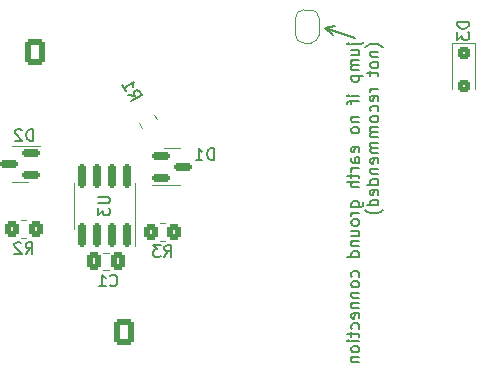
<source format=gbo>
G04 #@! TF.GenerationSoftware,KiCad,Pcbnew,7.0.1*
G04 #@! TF.CreationDate,2023-12-05T18:06:22-06:00*
G04 #@! TF.ProjectId,Pico Breakout Board V3,5069636f-2042-4726-9561-6b6f75742042,rev?*
G04 #@! TF.SameCoordinates,Original*
G04 #@! TF.FileFunction,Legend,Bot*
G04 #@! TF.FilePolarity,Positive*
%FSLAX46Y46*%
G04 Gerber Fmt 4.6, Leading zero omitted, Abs format (unit mm)*
G04 Created by KiCad (PCBNEW 7.0.1) date 2023-12-05 18:06:22*
%MOMM*%
%LPD*%
G01*
G04 APERTURE LIST*
G04 Aperture macros list*
%AMRoundRect*
0 Rectangle with rounded corners*
0 $1 Rounding radius*
0 $2 $3 $4 $5 $6 $7 $8 $9 X,Y pos of 4 corners*
0 Add a 4 corners polygon primitive as box body*
4,1,4,$2,$3,$4,$5,$6,$7,$8,$9,$2,$3,0*
0 Add four circle primitives for the rounded corners*
1,1,$1+$1,$2,$3*
1,1,$1+$1,$4,$5*
1,1,$1+$1,$6,$7*
1,1,$1+$1,$8,$9*
0 Add four rect primitives between the rounded corners*
20,1,$1+$1,$2,$3,$4,$5,0*
20,1,$1+$1,$4,$5,$6,$7,0*
20,1,$1+$1,$6,$7,$8,$9,0*
20,1,$1+$1,$8,$9,$2,$3,0*%
%AMFreePoly0*
4,1,19,0.000000,0.744911,0.071157,0.744911,0.207708,0.704816,0.327430,0.627875,0.420627,0.520320,0.479746,0.390866,0.500000,0.250000,0.500000,-0.250000,0.479746,-0.390866,0.420627,-0.520320,0.327430,-0.627875,0.207708,-0.704816,0.071157,-0.744911,0.000000,-0.744911,0.000000,-0.750000,-0.500000,-0.750000,-0.500000,0.750000,0.000000,0.750000,0.000000,0.744911,0.000000,0.744911,
$1*%
%AMFreePoly1*
4,1,19,0.500000,-0.750000,0.000000,-0.750000,0.000000,-0.744911,-0.071157,-0.744911,-0.207708,-0.704816,-0.327430,-0.627875,-0.420627,-0.520320,-0.479746,-0.390866,-0.500000,-0.250000,-0.500000,0.250000,-0.479746,0.390866,-0.420627,0.520320,-0.327430,0.627875,-0.207708,0.704816,-0.071157,0.744911,0.000000,0.744911,0.000000,0.750000,0.500000,0.750000,0.500000,-0.750000,0.500000,-0.750000,
$1*%
G04 Aperture macros list end*
%ADD10C,0.150000*%
%ADD11C,0.120000*%
%ADD12O,1.740000X2.190000*%
%ADD13RoundRect,0.250000X-0.620000X-0.845000X0.620000X-0.845000X0.620000X0.845000X-0.620000X0.845000X0*%
%ADD14R,1.700000X1.700000*%
%ADD15RoundRect,0.250000X-0.350000X-0.450000X0.350000X-0.450000X0.350000X0.450000X-0.350000X0.450000X0*%
%ADD16O,2.190000X1.740000*%
%ADD17RoundRect,0.250000X0.845000X-0.620000X0.845000X0.620000X-0.845000X0.620000X-0.845000X-0.620000X0*%
%ADD18C,2.000000*%
%ADD19RoundRect,0.150000X0.150000X-0.825000X0.150000X0.825000X-0.150000X0.825000X-0.150000X-0.825000X0*%
%ADD20O,1.700000X1.700000*%
%ADD21RoundRect,0.250000X-0.564711X0.078109X-0.214711X-0.528109X0.564711X-0.078109X0.214711X0.528109X0*%
%ADD22FreePoly0,90.000000*%
%ADD23FreePoly1,90.000000*%
%ADD24R,4.600000X2.000000*%
%ADD25O,4.200000X2.000000*%
%ADD26O,2.000000X4.200000*%
%ADD27RoundRect,0.250000X-0.845000X0.620000X-0.845000X-0.620000X0.845000X-0.620000X0.845000X0.620000X0*%
%ADD28RoundRect,0.250000X0.620000X0.845000X-0.620000X0.845000X-0.620000X-0.845000X0.620000X-0.845000X0*%
%ADD29C,3.250000*%
%ADD30R,1.500000X1.500000*%
%ADD31C,1.500000*%
%ADD32C,2.300000*%
%ADD33C,0.800000*%
%ADD34C,7.400000*%
%ADD35RoundRect,0.250000X-0.300000X0.300000X-0.300000X-0.300000X0.300000X-0.300000X0.300000X0.300000X0*%
%ADD36RoundRect,0.150000X0.587500X0.150000X-0.587500X0.150000X-0.587500X-0.150000X0.587500X-0.150000X0*%
%ADD37RoundRect,0.150000X-0.587500X-0.150000X0.587500X-0.150000X0.587500X0.150000X-0.587500X0.150000X0*%
%ADD38RoundRect,0.250000X0.337500X0.475000X-0.337500X0.475000X-0.337500X-0.475000X0.337500X-0.475000X0*%
%ADD39R,2.000000X2.000000*%
G04 APERTURE END LIST*
D10*
X129300000Y-41000000D02*
X129900000Y-41600000D01*
X130100000Y-40800000D02*
X129300000Y-41000000D01*
X129300000Y-41000000D02*
X130100000Y-40800000D01*
X131800000Y-41800000D02*
X129300000Y-41000000D01*
X131490952Y-42338095D02*
X132348095Y-42338095D01*
X132348095Y-42338095D02*
X132443333Y-42290476D01*
X132443333Y-42290476D02*
X132490952Y-42195238D01*
X132490952Y-42195238D02*
X132490952Y-42147619D01*
X131157619Y-42338095D02*
X131205238Y-42290476D01*
X131205238Y-42290476D02*
X131252857Y-42338095D01*
X131252857Y-42338095D02*
X131205238Y-42385714D01*
X131205238Y-42385714D02*
X131157619Y-42338095D01*
X131157619Y-42338095D02*
X131252857Y-42338095D01*
X131490952Y-43242856D02*
X132157619Y-43242856D01*
X131490952Y-42814285D02*
X132014761Y-42814285D01*
X132014761Y-42814285D02*
X132110000Y-42861904D01*
X132110000Y-42861904D02*
X132157619Y-42957142D01*
X132157619Y-42957142D02*
X132157619Y-43099999D01*
X132157619Y-43099999D02*
X132110000Y-43195237D01*
X132110000Y-43195237D02*
X132062380Y-43242856D01*
X132157619Y-43719047D02*
X131490952Y-43719047D01*
X131586190Y-43719047D02*
X131538571Y-43766666D01*
X131538571Y-43766666D02*
X131490952Y-43861904D01*
X131490952Y-43861904D02*
X131490952Y-44004761D01*
X131490952Y-44004761D02*
X131538571Y-44099999D01*
X131538571Y-44099999D02*
X131633809Y-44147618D01*
X131633809Y-44147618D02*
X132157619Y-44147618D01*
X131633809Y-44147618D02*
X131538571Y-44195237D01*
X131538571Y-44195237D02*
X131490952Y-44290475D01*
X131490952Y-44290475D02*
X131490952Y-44433332D01*
X131490952Y-44433332D02*
X131538571Y-44528571D01*
X131538571Y-44528571D02*
X131633809Y-44576190D01*
X131633809Y-44576190D02*
X132157619Y-44576190D01*
X131490952Y-45052380D02*
X132490952Y-45052380D01*
X131538571Y-45052380D02*
X131490952Y-45147618D01*
X131490952Y-45147618D02*
X131490952Y-45338094D01*
X131490952Y-45338094D02*
X131538571Y-45433332D01*
X131538571Y-45433332D02*
X131586190Y-45480951D01*
X131586190Y-45480951D02*
X131681428Y-45528570D01*
X131681428Y-45528570D02*
X131967142Y-45528570D01*
X131967142Y-45528570D02*
X132062380Y-45480951D01*
X132062380Y-45480951D02*
X132110000Y-45433332D01*
X132110000Y-45433332D02*
X132157619Y-45338094D01*
X132157619Y-45338094D02*
X132157619Y-45147618D01*
X132157619Y-45147618D02*
X132110000Y-45052380D01*
X132157619Y-46719047D02*
X131490952Y-46719047D01*
X131157619Y-46719047D02*
X131205238Y-46671428D01*
X131205238Y-46671428D02*
X131252857Y-46719047D01*
X131252857Y-46719047D02*
X131205238Y-46766666D01*
X131205238Y-46766666D02*
X131157619Y-46719047D01*
X131157619Y-46719047D02*
X131252857Y-46719047D01*
X131490952Y-47052380D02*
X131490952Y-47433332D01*
X132157619Y-47195237D02*
X131300476Y-47195237D01*
X131300476Y-47195237D02*
X131205238Y-47242856D01*
X131205238Y-47242856D02*
X131157619Y-47338094D01*
X131157619Y-47338094D02*
X131157619Y-47433332D01*
X131490952Y-48528571D02*
X132157619Y-48528571D01*
X131586190Y-48528571D02*
X131538571Y-48576190D01*
X131538571Y-48576190D02*
X131490952Y-48671428D01*
X131490952Y-48671428D02*
X131490952Y-48814285D01*
X131490952Y-48814285D02*
X131538571Y-48909523D01*
X131538571Y-48909523D02*
X131633809Y-48957142D01*
X131633809Y-48957142D02*
X132157619Y-48957142D01*
X132157619Y-49576190D02*
X132110000Y-49480952D01*
X132110000Y-49480952D02*
X132062380Y-49433333D01*
X132062380Y-49433333D02*
X131967142Y-49385714D01*
X131967142Y-49385714D02*
X131681428Y-49385714D01*
X131681428Y-49385714D02*
X131586190Y-49433333D01*
X131586190Y-49433333D02*
X131538571Y-49480952D01*
X131538571Y-49480952D02*
X131490952Y-49576190D01*
X131490952Y-49576190D02*
X131490952Y-49719047D01*
X131490952Y-49719047D02*
X131538571Y-49814285D01*
X131538571Y-49814285D02*
X131586190Y-49861904D01*
X131586190Y-49861904D02*
X131681428Y-49909523D01*
X131681428Y-49909523D02*
X131967142Y-49909523D01*
X131967142Y-49909523D02*
X132062380Y-49861904D01*
X132062380Y-49861904D02*
X132110000Y-49814285D01*
X132110000Y-49814285D02*
X132157619Y-49719047D01*
X132157619Y-49719047D02*
X132157619Y-49576190D01*
X132110000Y-51480952D02*
X132157619Y-51385714D01*
X132157619Y-51385714D02*
X132157619Y-51195238D01*
X132157619Y-51195238D02*
X132110000Y-51100000D01*
X132110000Y-51100000D02*
X132014761Y-51052381D01*
X132014761Y-51052381D02*
X131633809Y-51052381D01*
X131633809Y-51052381D02*
X131538571Y-51100000D01*
X131538571Y-51100000D02*
X131490952Y-51195238D01*
X131490952Y-51195238D02*
X131490952Y-51385714D01*
X131490952Y-51385714D02*
X131538571Y-51480952D01*
X131538571Y-51480952D02*
X131633809Y-51528571D01*
X131633809Y-51528571D02*
X131729047Y-51528571D01*
X131729047Y-51528571D02*
X131824285Y-51052381D01*
X132157619Y-52385714D02*
X131633809Y-52385714D01*
X131633809Y-52385714D02*
X131538571Y-52338095D01*
X131538571Y-52338095D02*
X131490952Y-52242857D01*
X131490952Y-52242857D02*
X131490952Y-52052381D01*
X131490952Y-52052381D02*
X131538571Y-51957143D01*
X132110000Y-52385714D02*
X132157619Y-52290476D01*
X132157619Y-52290476D02*
X132157619Y-52052381D01*
X132157619Y-52052381D02*
X132110000Y-51957143D01*
X132110000Y-51957143D02*
X132014761Y-51909524D01*
X132014761Y-51909524D02*
X131919523Y-51909524D01*
X131919523Y-51909524D02*
X131824285Y-51957143D01*
X131824285Y-51957143D02*
X131776666Y-52052381D01*
X131776666Y-52052381D02*
X131776666Y-52290476D01*
X131776666Y-52290476D02*
X131729047Y-52385714D01*
X132157619Y-52861905D02*
X131490952Y-52861905D01*
X131681428Y-52861905D02*
X131586190Y-52909524D01*
X131586190Y-52909524D02*
X131538571Y-52957143D01*
X131538571Y-52957143D02*
X131490952Y-53052381D01*
X131490952Y-53052381D02*
X131490952Y-53147619D01*
X131490952Y-53338096D02*
X131490952Y-53719048D01*
X131157619Y-53480953D02*
X132014761Y-53480953D01*
X132014761Y-53480953D02*
X132110000Y-53528572D01*
X132110000Y-53528572D02*
X132157619Y-53623810D01*
X132157619Y-53623810D02*
X132157619Y-53719048D01*
X132157619Y-54052382D02*
X131157619Y-54052382D01*
X132157619Y-54480953D02*
X131633809Y-54480953D01*
X131633809Y-54480953D02*
X131538571Y-54433334D01*
X131538571Y-54433334D02*
X131490952Y-54338096D01*
X131490952Y-54338096D02*
X131490952Y-54195239D01*
X131490952Y-54195239D02*
X131538571Y-54100001D01*
X131538571Y-54100001D02*
X131586190Y-54052382D01*
X131490952Y-56147620D02*
X132300476Y-56147620D01*
X132300476Y-56147620D02*
X132395714Y-56100001D01*
X132395714Y-56100001D02*
X132443333Y-56052382D01*
X132443333Y-56052382D02*
X132490952Y-55957144D01*
X132490952Y-55957144D02*
X132490952Y-55814287D01*
X132490952Y-55814287D02*
X132443333Y-55719049D01*
X132110000Y-56147620D02*
X132157619Y-56052382D01*
X132157619Y-56052382D02*
X132157619Y-55861906D01*
X132157619Y-55861906D02*
X132110000Y-55766668D01*
X132110000Y-55766668D02*
X132062380Y-55719049D01*
X132062380Y-55719049D02*
X131967142Y-55671430D01*
X131967142Y-55671430D02*
X131681428Y-55671430D01*
X131681428Y-55671430D02*
X131586190Y-55719049D01*
X131586190Y-55719049D02*
X131538571Y-55766668D01*
X131538571Y-55766668D02*
X131490952Y-55861906D01*
X131490952Y-55861906D02*
X131490952Y-56052382D01*
X131490952Y-56052382D02*
X131538571Y-56147620D01*
X132157619Y-56623811D02*
X131490952Y-56623811D01*
X131681428Y-56623811D02*
X131586190Y-56671430D01*
X131586190Y-56671430D02*
X131538571Y-56719049D01*
X131538571Y-56719049D02*
X131490952Y-56814287D01*
X131490952Y-56814287D02*
X131490952Y-56909525D01*
X132157619Y-57385716D02*
X132110000Y-57290478D01*
X132110000Y-57290478D02*
X132062380Y-57242859D01*
X132062380Y-57242859D02*
X131967142Y-57195240D01*
X131967142Y-57195240D02*
X131681428Y-57195240D01*
X131681428Y-57195240D02*
X131586190Y-57242859D01*
X131586190Y-57242859D02*
X131538571Y-57290478D01*
X131538571Y-57290478D02*
X131490952Y-57385716D01*
X131490952Y-57385716D02*
X131490952Y-57528573D01*
X131490952Y-57528573D02*
X131538571Y-57623811D01*
X131538571Y-57623811D02*
X131586190Y-57671430D01*
X131586190Y-57671430D02*
X131681428Y-57719049D01*
X131681428Y-57719049D02*
X131967142Y-57719049D01*
X131967142Y-57719049D02*
X132062380Y-57671430D01*
X132062380Y-57671430D02*
X132110000Y-57623811D01*
X132110000Y-57623811D02*
X132157619Y-57528573D01*
X132157619Y-57528573D02*
X132157619Y-57385716D01*
X131490952Y-58576192D02*
X132157619Y-58576192D01*
X131490952Y-58147621D02*
X132014761Y-58147621D01*
X132014761Y-58147621D02*
X132110000Y-58195240D01*
X132110000Y-58195240D02*
X132157619Y-58290478D01*
X132157619Y-58290478D02*
X132157619Y-58433335D01*
X132157619Y-58433335D02*
X132110000Y-58528573D01*
X132110000Y-58528573D02*
X132062380Y-58576192D01*
X131490952Y-59052383D02*
X132157619Y-59052383D01*
X131586190Y-59052383D02*
X131538571Y-59100002D01*
X131538571Y-59100002D02*
X131490952Y-59195240D01*
X131490952Y-59195240D02*
X131490952Y-59338097D01*
X131490952Y-59338097D02*
X131538571Y-59433335D01*
X131538571Y-59433335D02*
X131633809Y-59480954D01*
X131633809Y-59480954D02*
X132157619Y-59480954D01*
X132157619Y-60385716D02*
X131157619Y-60385716D01*
X132110000Y-60385716D02*
X132157619Y-60290478D01*
X132157619Y-60290478D02*
X132157619Y-60100002D01*
X132157619Y-60100002D02*
X132110000Y-60004764D01*
X132110000Y-60004764D02*
X132062380Y-59957145D01*
X132062380Y-59957145D02*
X131967142Y-59909526D01*
X131967142Y-59909526D02*
X131681428Y-59909526D01*
X131681428Y-59909526D02*
X131586190Y-59957145D01*
X131586190Y-59957145D02*
X131538571Y-60004764D01*
X131538571Y-60004764D02*
X131490952Y-60100002D01*
X131490952Y-60100002D02*
X131490952Y-60290478D01*
X131490952Y-60290478D02*
X131538571Y-60385716D01*
X132110000Y-62052383D02*
X132157619Y-61957145D01*
X132157619Y-61957145D02*
X132157619Y-61766669D01*
X132157619Y-61766669D02*
X132110000Y-61671431D01*
X132110000Y-61671431D02*
X132062380Y-61623812D01*
X132062380Y-61623812D02*
X131967142Y-61576193D01*
X131967142Y-61576193D02*
X131681428Y-61576193D01*
X131681428Y-61576193D02*
X131586190Y-61623812D01*
X131586190Y-61623812D02*
X131538571Y-61671431D01*
X131538571Y-61671431D02*
X131490952Y-61766669D01*
X131490952Y-61766669D02*
X131490952Y-61957145D01*
X131490952Y-61957145D02*
X131538571Y-62052383D01*
X132157619Y-62623812D02*
X132110000Y-62528574D01*
X132110000Y-62528574D02*
X132062380Y-62480955D01*
X132062380Y-62480955D02*
X131967142Y-62433336D01*
X131967142Y-62433336D02*
X131681428Y-62433336D01*
X131681428Y-62433336D02*
X131586190Y-62480955D01*
X131586190Y-62480955D02*
X131538571Y-62528574D01*
X131538571Y-62528574D02*
X131490952Y-62623812D01*
X131490952Y-62623812D02*
X131490952Y-62766669D01*
X131490952Y-62766669D02*
X131538571Y-62861907D01*
X131538571Y-62861907D02*
X131586190Y-62909526D01*
X131586190Y-62909526D02*
X131681428Y-62957145D01*
X131681428Y-62957145D02*
X131967142Y-62957145D01*
X131967142Y-62957145D02*
X132062380Y-62909526D01*
X132062380Y-62909526D02*
X132110000Y-62861907D01*
X132110000Y-62861907D02*
X132157619Y-62766669D01*
X132157619Y-62766669D02*
X132157619Y-62623812D01*
X131490952Y-63385717D02*
X132157619Y-63385717D01*
X131586190Y-63385717D02*
X131538571Y-63433336D01*
X131538571Y-63433336D02*
X131490952Y-63528574D01*
X131490952Y-63528574D02*
X131490952Y-63671431D01*
X131490952Y-63671431D02*
X131538571Y-63766669D01*
X131538571Y-63766669D02*
X131633809Y-63814288D01*
X131633809Y-63814288D02*
X132157619Y-63814288D01*
X131490952Y-64290479D02*
X132157619Y-64290479D01*
X131586190Y-64290479D02*
X131538571Y-64338098D01*
X131538571Y-64338098D02*
X131490952Y-64433336D01*
X131490952Y-64433336D02*
X131490952Y-64576193D01*
X131490952Y-64576193D02*
X131538571Y-64671431D01*
X131538571Y-64671431D02*
X131633809Y-64719050D01*
X131633809Y-64719050D02*
X132157619Y-64719050D01*
X132110000Y-65576193D02*
X132157619Y-65480955D01*
X132157619Y-65480955D02*
X132157619Y-65290479D01*
X132157619Y-65290479D02*
X132110000Y-65195241D01*
X132110000Y-65195241D02*
X132014761Y-65147622D01*
X132014761Y-65147622D02*
X131633809Y-65147622D01*
X131633809Y-65147622D02*
X131538571Y-65195241D01*
X131538571Y-65195241D02*
X131490952Y-65290479D01*
X131490952Y-65290479D02*
X131490952Y-65480955D01*
X131490952Y-65480955D02*
X131538571Y-65576193D01*
X131538571Y-65576193D02*
X131633809Y-65623812D01*
X131633809Y-65623812D02*
X131729047Y-65623812D01*
X131729047Y-65623812D02*
X131824285Y-65147622D01*
X132110000Y-66480955D02*
X132157619Y-66385717D01*
X132157619Y-66385717D02*
X132157619Y-66195241D01*
X132157619Y-66195241D02*
X132110000Y-66100003D01*
X132110000Y-66100003D02*
X132062380Y-66052384D01*
X132062380Y-66052384D02*
X131967142Y-66004765D01*
X131967142Y-66004765D02*
X131681428Y-66004765D01*
X131681428Y-66004765D02*
X131586190Y-66052384D01*
X131586190Y-66052384D02*
X131538571Y-66100003D01*
X131538571Y-66100003D02*
X131490952Y-66195241D01*
X131490952Y-66195241D02*
X131490952Y-66385717D01*
X131490952Y-66385717D02*
X131538571Y-66480955D01*
X131490952Y-66766670D02*
X131490952Y-67147622D01*
X131157619Y-66909527D02*
X132014761Y-66909527D01*
X132014761Y-66909527D02*
X132110000Y-66957146D01*
X132110000Y-66957146D02*
X132157619Y-67052384D01*
X132157619Y-67052384D02*
X132157619Y-67147622D01*
X132157619Y-67480956D02*
X131490952Y-67480956D01*
X131157619Y-67480956D02*
X131205238Y-67433337D01*
X131205238Y-67433337D02*
X131252857Y-67480956D01*
X131252857Y-67480956D02*
X131205238Y-67528575D01*
X131205238Y-67528575D02*
X131157619Y-67480956D01*
X131157619Y-67480956D02*
X131252857Y-67480956D01*
X132157619Y-68100003D02*
X132110000Y-68004765D01*
X132110000Y-68004765D02*
X132062380Y-67957146D01*
X132062380Y-67957146D02*
X131967142Y-67909527D01*
X131967142Y-67909527D02*
X131681428Y-67909527D01*
X131681428Y-67909527D02*
X131586190Y-67957146D01*
X131586190Y-67957146D02*
X131538571Y-68004765D01*
X131538571Y-68004765D02*
X131490952Y-68100003D01*
X131490952Y-68100003D02*
X131490952Y-68242860D01*
X131490952Y-68242860D02*
X131538571Y-68338098D01*
X131538571Y-68338098D02*
X131586190Y-68385717D01*
X131586190Y-68385717D02*
X131681428Y-68433336D01*
X131681428Y-68433336D02*
X131967142Y-68433336D01*
X131967142Y-68433336D02*
X132062380Y-68385717D01*
X132062380Y-68385717D02*
X132110000Y-68338098D01*
X132110000Y-68338098D02*
X132157619Y-68242860D01*
X132157619Y-68242860D02*
X132157619Y-68100003D01*
X131490952Y-68861908D02*
X132157619Y-68861908D01*
X131586190Y-68861908D02*
X131538571Y-68909527D01*
X131538571Y-68909527D02*
X131490952Y-69004765D01*
X131490952Y-69004765D02*
X131490952Y-69147622D01*
X131490952Y-69147622D02*
X131538571Y-69242860D01*
X131538571Y-69242860D02*
X131633809Y-69290479D01*
X131633809Y-69290479D02*
X132157619Y-69290479D01*
X134158571Y-42623809D02*
X134110952Y-42576190D01*
X134110952Y-42576190D02*
X133968095Y-42480952D01*
X133968095Y-42480952D02*
X133872857Y-42433333D01*
X133872857Y-42433333D02*
X133730000Y-42385714D01*
X133730000Y-42385714D02*
X133491904Y-42338095D01*
X133491904Y-42338095D02*
X133301428Y-42338095D01*
X133301428Y-42338095D02*
X133063333Y-42385714D01*
X133063333Y-42385714D02*
X132920476Y-42433333D01*
X132920476Y-42433333D02*
X132825238Y-42480952D01*
X132825238Y-42480952D02*
X132682380Y-42576190D01*
X132682380Y-42576190D02*
X132634761Y-42623809D01*
X133110952Y-43004762D02*
X133777619Y-43004762D01*
X133206190Y-43004762D02*
X133158571Y-43052381D01*
X133158571Y-43052381D02*
X133110952Y-43147619D01*
X133110952Y-43147619D02*
X133110952Y-43290476D01*
X133110952Y-43290476D02*
X133158571Y-43385714D01*
X133158571Y-43385714D02*
X133253809Y-43433333D01*
X133253809Y-43433333D02*
X133777619Y-43433333D01*
X133777619Y-44052381D02*
X133730000Y-43957143D01*
X133730000Y-43957143D02*
X133682380Y-43909524D01*
X133682380Y-43909524D02*
X133587142Y-43861905D01*
X133587142Y-43861905D02*
X133301428Y-43861905D01*
X133301428Y-43861905D02*
X133206190Y-43909524D01*
X133206190Y-43909524D02*
X133158571Y-43957143D01*
X133158571Y-43957143D02*
X133110952Y-44052381D01*
X133110952Y-44052381D02*
X133110952Y-44195238D01*
X133110952Y-44195238D02*
X133158571Y-44290476D01*
X133158571Y-44290476D02*
X133206190Y-44338095D01*
X133206190Y-44338095D02*
X133301428Y-44385714D01*
X133301428Y-44385714D02*
X133587142Y-44385714D01*
X133587142Y-44385714D02*
X133682380Y-44338095D01*
X133682380Y-44338095D02*
X133730000Y-44290476D01*
X133730000Y-44290476D02*
X133777619Y-44195238D01*
X133777619Y-44195238D02*
X133777619Y-44052381D01*
X133110952Y-44671429D02*
X133110952Y-45052381D01*
X132777619Y-44814286D02*
X133634761Y-44814286D01*
X133634761Y-44814286D02*
X133730000Y-44861905D01*
X133730000Y-44861905D02*
X133777619Y-44957143D01*
X133777619Y-44957143D02*
X133777619Y-45052381D01*
X133777619Y-46147620D02*
X133110952Y-46147620D01*
X133301428Y-46147620D02*
X133206190Y-46195239D01*
X133206190Y-46195239D02*
X133158571Y-46242858D01*
X133158571Y-46242858D02*
X133110952Y-46338096D01*
X133110952Y-46338096D02*
X133110952Y-46433334D01*
X133730000Y-47147620D02*
X133777619Y-47052382D01*
X133777619Y-47052382D02*
X133777619Y-46861906D01*
X133777619Y-46861906D02*
X133730000Y-46766668D01*
X133730000Y-46766668D02*
X133634761Y-46719049D01*
X133634761Y-46719049D02*
X133253809Y-46719049D01*
X133253809Y-46719049D02*
X133158571Y-46766668D01*
X133158571Y-46766668D02*
X133110952Y-46861906D01*
X133110952Y-46861906D02*
X133110952Y-47052382D01*
X133110952Y-47052382D02*
X133158571Y-47147620D01*
X133158571Y-47147620D02*
X133253809Y-47195239D01*
X133253809Y-47195239D02*
X133349047Y-47195239D01*
X133349047Y-47195239D02*
X133444285Y-46719049D01*
X133730000Y-48052382D02*
X133777619Y-47957144D01*
X133777619Y-47957144D02*
X133777619Y-47766668D01*
X133777619Y-47766668D02*
X133730000Y-47671430D01*
X133730000Y-47671430D02*
X133682380Y-47623811D01*
X133682380Y-47623811D02*
X133587142Y-47576192D01*
X133587142Y-47576192D02*
X133301428Y-47576192D01*
X133301428Y-47576192D02*
X133206190Y-47623811D01*
X133206190Y-47623811D02*
X133158571Y-47671430D01*
X133158571Y-47671430D02*
X133110952Y-47766668D01*
X133110952Y-47766668D02*
X133110952Y-47957144D01*
X133110952Y-47957144D02*
X133158571Y-48052382D01*
X133777619Y-48623811D02*
X133730000Y-48528573D01*
X133730000Y-48528573D02*
X133682380Y-48480954D01*
X133682380Y-48480954D02*
X133587142Y-48433335D01*
X133587142Y-48433335D02*
X133301428Y-48433335D01*
X133301428Y-48433335D02*
X133206190Y-48480954D01*
X133206190Y-48480954D02*
X133158571Y-48528573D01*
X133158571Y-48528573D02*
X133110952Y-48623811D01*
X133110952Y-48623811D02*
X133110952Y-48766668D01*
X133110952Y-48766668D02*
X133158571Y-48861906D01*
X133158571Y-48861906D02*
X133206190Y-48909525D01*
X133206190Y-48909525D02*
X133301428Y-48957144D01*
X133301428Y-48957144D02*
X133587142Y-48957144D01*
X133587142Y-48957144D02*
X133682380Y-48909525D01*
X133682380Y-48909525D02*
X133730000Y-48861906D01*
X133730000Y-48861906D02*
X133777619Y-48766668D01*
X133777619Y-48766668D02*
X133777619Y-48623811D01*
X133777619Y-49385716D02*
X133110952Y-49385716D01*
X133206190Y-49385716D02*
X133158571Y-49433335D01*
X133158571Y-49433335D02*
X133110952Y-49528573D01*
X133110952Y-49528573D02*
X133110952Y-49671430D01*
X133110952Y-49671430D02*
X133158571Y-49766668D01*
X133158571Y-49766668D02*
X133253809Y-49814287D01*
X133253809Y-49814287D02*
X133777619Y-49814287D01*
X133253809Y-49814287D02*
X133158571Y-49861906D01*
X133158571Y-49861906D02*
X133110952Y-49957144D01*
X133110952Y-49957144D02*
X133110952Y-50100001D01*
X133110952Y-50100001D02*
X133158571Y-50195240D01*
X133158571Y-50195240D02*
X133253809Y-50242859D01*
X133253809Y-50242859D02*
X133777619Y-50242859D01*
X133777619Y-50719049D02*
X133110952Y-50719049D01*
X133206190Y-50719049D02*
X133158571Y-50766668D01*
X133158571Y-50766668D02*
X133110952Y-50861906D01*
X133110952Y-50861906D02*
X133110952Y-51004763D01*
X133110952Y-51004763D02*
X133158571Y-51100001D01*
X133158571Y-51100001D02*
X133253809Y-51147620D01*
X133253809Y-51147620D02*
X133777619Y-51147620D01*
X133253809Y-51147620D02*
X133158571Y-51195239D01*
X133158571Y-51195239D02*
X133110952Y-51290477D01*
X133110952Y-51290477D02*
X133110952Y-51433334D01*
X133110952Y-51433334D02*
X133158571Y-51528573D01*
X133158571Y-51528573D02*
X133253809Y-51576192D01*
X133253809Y-51576192D02*
X133777619Y-51576192D01*
X133730000Y-52433334D02*
X133777619Y-52338096D01*
X133777619Y-52338096D02*
X133777619Y-52147620D01*
X133777619Y-52147620D02*
X133730000Y-52052382D01*
X133730000Y-52052382D02*
X133634761Y-52004763D01*
X133634761Y-52004763D02*
X133253809Y-52004763D01*
X133253809Y-52004763D02*
X133158571Y-52052382D01*
X133158571Y-52052382D02*
X133110952Y-52147620D01*
X133110952Y-52147620D02*
X133110952Y-52338096D01*
X133110952Y-52338096D02*
X133158571Y-52433334D01*
X133158571Y-52433334D02*
X133253809Y-52480953D01*
X133253809Y-52480953D02*
X133349047Y-52480953D01*
X133349047Y-52480953D02*
X133444285Y-52004763D01*
X133110952Y-52909525D02*
X133777619Y-52909525D01*
X133206190Y-52909525D02*
X133158571Y-52957144D01*
X133158571Y-52957144D02*
X133110952Y-53052382D01*
X133110952Y-53052382D02*
X133110952Y-53195239D01*
X133110952Y-53195239D02*
X133158571Y-53290477D01*
X133158571Y-53290477D02*
X133253809Y-53338096D01*
X133253809Y-53338096D02*
X133777619Y-53338096D01*
X133777619Y-54242858D02*
X132777619Y-54242858D01*
X133730000Y-54242858D02*
X133777619Y-54147620D01*
X133777619Y-54147620D02*
X133777619Y-53957144D01*
X133777619Y-53957144D02*
X133730000Y-53861906D01*
X133730000Y-53861906D02*
X133682380Y-53814287D01*
X133682380Y-53814287D02*
X133587142Y-53766668D01*
X133587142Y-53766668D02*
X133301428Y-53766668D01*
X133301428Y-53766668D02*
X133206190Y-53814287D01*
X133206190Y-53814287D02*
X133158571Y-53861906D01*
X133158571Y-53861906D02*
X133110952Y-53957144D01*
X133110952Y-53957144D02*
X133110952Y-54147620D01*
X133110952Y-54147620D02*
X133158571Y-54242858D01*
X133730000Y-55100001D02*
X133777619Y-55004763D01*
X133777619Y-55004763D02*
X133777619Y-54814287D01*
X133777619Y-54814287D02*
X133730000Y-54719049D01*
X133730000Y-54719049D02*
X133634761Y-54671430D01*
X133634761Y-54671430D02*
X133253809Y-54671430D01*
X133253809Y-54671430D02*
X133158571Y-54719049D01*
X133158571Y-54719049D02*
X133110952Y-54814287D01*
X133110952Y-54814287D02*
X133110952Y-55004763D01*
X133110952Y-55004763D02*
X133158571Y-55100001D01*
X133158571Y-55100001D02*
X133253809Y-55147620D01*
X133253809Y-55147620D02*
X133349047Y-55147620D01*
X133349047Y-55147620D02*
X133444285Y-54671430D01*
X133777619Y-56004763D02*
X132777619Y-56004763D01*
X133730000Y-56004763D02*
X133777619Y-55909525D01*
X133777619Y-55909525D02*
X133777619Y-55719049D01*
X133777619Y-55719049D02*
X133730000Y-55623811D01*
X133730000Y-55623811D02*
X133682380Y-55576192D01*
X133682380Y-55576192D02*
X133587142Y-55528573D01*
X133587142Y-55528573D02*
X133301428Y-55528573D01*
X133301428Y-55528573D02*
X133206190Y-55576192D01*
X133206190Y-55576192D02*
X133158571Y-55623811D01*
X133158571Y-55623811D02*
X133110952Y-55719049D01*
X133110952Y-55719049D02*
X133110952Y-55909525D01*
X133110952Y-55909525D02*
X133158571Y-56004763D01*
X134158571Y-56385716D02*
X134110952Y-56433335D01*
X134110952Y-56433335D02*
X133968095Y-56528573D01*
X133968095Y-56528573D02*
X133872857Y-56576192D01*
X133872857Y-56576192D02*
X133730000Y-56623811D01*
X133730000Y-56623811D02*
X133491904Y-56671430D01*
X133491904Y-56671430D02*
X133301428Y-56671430D01*
X133301428Y-56671430D02*
X133063333Y-56623811D01*
X133063333Y-56623811D02*
X132920476Y-56576192D01*
X132920476Y-56576192D02*
X132825238Y-56528573D01*
X132825238Y-56528573D02*
X132682380Y-56433335D01*
X132682380Y-56433335D02*
X132634761Y-56385716D01*
X115666666Y-60362619D02*
X115999999Y-59886428D01*
X116238094Y-60362619D02*
X116238094Y-59362619D01*
X116238094Y-59362619D02*
X115857142Y-59362619D01*
X115857142Y-59362619D02*
X115761904Y-59410238D01*
X115761904Y-59410238D02*
X115714285Y-59457857D01*
X115714285Y-59457857D02*
X115666666Y-59553095D01*
X115666666Y-59553095D02*
X115666666Y-59695952D01*
X115666666Y-59695952D02*
X115714285Y-59791190D01*
X115714285Y-59791190D02*
X115761904Y-59838809D01*
X115761904Y-59838809D02*
X115857142Y-59886428D01*
X115857142Y-59886428D02*
X116238094Y-59886428D01*
X115333332Y-59362619D02*
X114714285Y-59362619D01*
X114714285Y-59362619D02*
X115047618Y-59743571D01*
X115047618Y-59743571D02*
X114904761Y-59743571D01*
X114904761Y-59743571D02*
X114809523Y-59791190D01*
X114809523Y-59791190D02*
X114761904Y-59838809D01*
X114761904Y-59838809D02*
X114714285Y-59934047D01*
X114714285Y-59934047D02*
X114714285Y-60172142D01*
X114714285Y-60172142D02*
X114761904Y-60267380D01*
X114761904Y-60267380D02*
X114809523Y-60315000D01*
X114809523Y-60315000D02*
X114904761Y-60362619D01*
X114904761Y-60362619D02*
X115190475Y-60362619D01*
X115190475Y-60362619D02*
X115285713Y-60315000D01*
X115285713Y-60315000D02*
X115333332Y-60267380D01*
X103916666Y-60112619D02*
X104249999Y-59636428D01*
X104488094Y-60112619D02*
X104488094Y-59112619D01*
X104488094Y-59112619D02*
X104107142Y-59112619D01*
X104107142Y-59112619D02*
X104011904Y-59160238D01*
X104011904Y-59160238D02*
X103964285Y-59207857D01*
X103964285Y-59207857D02*
X103916666Y-59303095D01*
X103916666Y-59303095D02*
X103916666Y-59445952D01*
X103916666Y-59445952D02*
X103964285Y-59541190D01*
X103964285Y-59541190D02*
X104011904Y-59588809D01*
X104011904Y-59588809D02*
X104107142Y-59636428D01*
X104107142Y-59636428D02*
X104488094Y-59636428D01*
X103535713Y-59207857D02*
X103488094Y-59160238D01*
X103488094Y-59160238D02*
X103392856Y-59112619D01*
X103392856Y-59112619D02*
X103154761Y-59112619D01*
X103154761Y-59112619D02*
X103059523Y-59160238D01*
X103059523Y-59160238D02*
X103011904Y-59207857D01*
X103011904Y-59207857D02*
X102964285Y-59303095D01*
X102964285Y-59303095D02*
X102964285Y-59398333D01*
X102964285Y-59398333D02*
X103011904Y-59541190D01*
X103011904Y-59541190D02*
X103583332Y-60112619D01*
X103583332Y-60112619D02*
X102964285Y-60112619D01*
X110057619Y-55263095D02*
X110867142Y-55263095D01*
X110867142Y-55263095D02*
X110962380Y-55310714D01*
X110962380Y-55310714D02*
X111010000Y-55358333D01*
X111010000Y-55358333D02*
X111057619Y-55453571D01*
X111057619Y-55453571D02*
X111057619Y-55644047D01*
X111057619Y-55644047D02*
X111010000Y-55739285D01*
X111010000Y-55739285D02*
X110962380Y-55786904D01*
X110962380Y-55786904D02*
X110867142Y-55834523D01*
X110867142Y-55834523D02*
X110057619Y-55834523D01*
X110057619Y-56215476D02*
X110057619Y-56834523D01*
X110057619Y-56834523D02*
X110438571Y-56501190D01*
X110438571Y-56501190D02*
X110438571Y-56644047D01*
X110438571Y-56644047D02*
X110486190Y-56739285D01*
X110486190Y-56739285D02*
X110533809Y-56786904D01*
X110533809Y-56786904D02*
X110629047Y-56834523D01*
X110629047Y-56834523D02*
X110867142Y-56834523D01*
X110867142Y-56834523D02*
X110962380Y-56786904D01*
X110962380Y-56786904D02*
X111010000Y-56739285D01*
X111010000Y-56739285D02*
X111057619Y-56644047D01*
X111057619Y-56644047D02*
X111057619Y-56358333D01*
X111057619Y-56358333D02*
X111010000Y-56263095D01*
X111010000Y-56263095D02*
X110962380Y-56215476D01*
X112582693Y-46675646D02*
X113161752Y-46726226D01*
X112868407Y-47170518D02*
X113734432Y-46670518D01*
X113734432Y-46670518D02*
X113543956Y-46340603D01*
X113543956Y-46340603D02*
X113455098Y-46281934D01*
X113455098Y-46281934D02*
X113390049Y-46264505D01*
X113390049Y-46264505D02*
X113283761Y-46270884D01*
X113283761Y-46270884D02*
X113160043Y-46342313D01*
X113160043Y-46342313D02*
X113101374Y-46431171D01*
X113101374Y-46431171D02*
X113083944Y-46496220D01*
X113083944Y-46496220D02*
X113090324Y-46602508D01*
X113090324Y-46602508D02*
X113280800Y-46932423D01*
X112106502Y-45850860D02*
X112392217Y-46345732D01*
X112249359Y-46098296D02*
X113115385Y-45598296D01*
X113115385Y-45598296D02*
X113039286Y-45752203D01*
X113039286Y-45752203D02*
X113004426Y-45882301D01*
X113004426Y-45882301D02*
X113010806Y-45988589D01*
X141462619Y-40461905D02*
X140462619Y-40461905D01*
X140462619Y-40461905D02*
X140462619Y-40700000D01*
X140462619Y-40700000D02*
X140510238Y-40842857D01*
X140510238Y-40842857D02*
X140605476Y-40938095D01*
X140605476Y-40938095D02*
X140700714Y-40985714D01*
X140700714Y-40985714D02*
X140891190Y-41033333D01*
X140891190Y-41033333D02*
X141034047Y-41033333D01*
X141034047Y-41033333D02*
X141224523Y-40985714D01*
X141224523Y-40985714D02*
X141319761Y-40938095D01*
X141319761Y-40938095D02*
X141415000Y-40842857D01*
X141415000Y-40842857D02*
X141462619Y-40700000D01*
X141462619Y-40700000D02*
X141462619Y-40461905D01*
X140462619Y-41366667D02*
X140462619Y-41985714D01*
X140462619Y-41985714D02*
X140843571Y-41652381D01*
X140843571Y-41652381D02*
X140843571Y-41795238D01*
X140843571Y-41795238D02*
X140891190Y-41890476D01*
X140891190Y-41890476D02*
X140938809Y-41938095D01*
X140938809Y-41938095D02*
X141034047Y-41985714D01*
X141034047Y-41985714D02*
X141272142Y-41985714D01*
X141272142Y-41985714D02*
X141367380Y-41938095D01*
X141367380Y-41938095D02*
X141415000Y-41890476D01*
X141415000Y-41890476D02*
X141462619Y-41795238D01*
X141462619Y-41795238D02*
X141462619Y-41509524D01*
X141462619Y-41509524D02*
X141415000Y-41414286D01*
X141415000Y-41414286D02*
X141367380Y-41366667D01*
X104538094Y-50562619D02*
X104538094Y-49562619D01*
X104538094Y-49562619D02*
X104299999Y-49562619D01*
X104299999Y-49562619D02*
X104157142Y-49610238D01*
X104157142Y-49610238D02*
X104061904Y-49705476D01*
X104061904Y-49705476D02*
X104014285Y-49800714D01*
X104014285Y-49800714D02*
X103966666Y-49991190D01*
X103966666Y-49991190D02*
X103966666Y-50134047D01*
X103966666Y-50134047D02*
X104014285Y-50324523D01*
X104014285Y-50324523D02*
X104061904Y-50419761D01*
X104061904Y-50419761D02*
X104157142Y-50515000D01*
X104157142Y-50515000D02*
X104299999Y-50562619D01*
X104299999Y-50562619D02*
X104538094Y-50562619D01*
X103585713Y-49657857D02*
X103538094Y-49610238D01*
X103538094Y-49610238D02*
X103442856Y-49562619D01*
X103442856Y-49562619D02*
X103204761Y-49562619D01*
X103204761Y-49562619D02*
X103109523Y-49610238D01*
X103109523Y-49610238D02*
X103061904Y-49657857D01*
X103061904Y-49657857D02*
X103014285Y-49753095D01*
X103014285Y-49753095D02*
X103014285Y-49848333D01*
X103014285Y-49848333D02*
X103061904Y-49991190D01*
X103061904Y-49991190D02*
X103633332Y-50562619D01*
X103633332Y-50562619D02*
X103014285Y-50562619D01*
X119838094Y-52162619D02*
X119838094Y-51162619D01*
X119838094Y-51162619D02*
X119599999Y-51162619D01*
X119599999Y-51162619D02*
X119457142Y-51210238D01*
X119457142Y-51210238D02*
X119361904Y-51305476D01*
X119361904Y-51305476D02*
X119314285Y-51400714D01*
X119314285Y-51400714D02*
X119266666Y-51591190D01*
X119266666Y-51591190D02*
X119266666Y-51734047D01*
X119266666Y-51734047D02*
X119314285Y-51924523D01*
X119314285Y-51924523D02*
X119361904Y-52019761D01*
X119361904Y-52019761D02*
X119457142Y-52115000D01*
X119457142Y-52115000D02*
X119599999Y-52162619D01*
X119599999Y-52162619D02*
X119838094Y-52162619D01*
X118314285Y-52162619D02*
X118885713Y-52162619D01*
X118599999Y-52162619D02*
X118599999Y-51162619D01*
X118599999Y-51162619D02*
X118695237Y-51305476D01*
X118695237Y-51305476D02*
X118790475Y-51400714D01*
X118790475Y-51400714D02*
X118885713Y-51448333D01*
X111066666Y-62767380D02*
X111114285Y-62815000D01*
X111114285Y-62815000D02*
X111257142Y-62862619D01*
X111257142Y-62862619D02*
X111352380Y-62862619D01*
X111352380Y-62862619D02*
X111495237Y-62815000D01*
X111495237Y-62815000D02*
X111590475Y-62719761D01*
X111590475Y-62719761D02*
X111638094Y-62624523D01*
X111638094Y-62624523D02*
X111685713Y-62434047D01*
X111685713Y-62434047D02*
X111685713Y-62291190D01*
X111685713Y-62291190D02*
X111638094Y-62100714D01*
X111638094Y-62100714D02*
X111590475Y-62005476D01*
X111590475Y-62005476D02*
X111495237Y-61910238D01*
X111495237Y-61910238D02*
X111352380Y-61862619D01*
X111352380Y-61862619D02*
X111257142Y-61862619D01*
X111257142Y-61862619D02*
X111114285Y-61910238D01*
X111114285Y-61910238D02*
X111066666Y-61957857D01*
X110114285Y-62862619D02*
X110685713Y-62862619D01*
X110399999Y-62862619D02*
X110399999Y-61862619D01*
X110399999Y-61862619D02*
X110495237Y-62005476D01*
X110495237Y-62005476D02*
X110590475Y-62100714D01*
X110590475Y-62100714D02*
X110685713Y-62148333D01*
D11*
X115272936Y-58985000D02*
X115727064Y-58985000D01*
X115272936Y-57515000D02*
X115727064Y-57515000D01*
X103522936Y-58735000D02*
X103977064Y-58735000D01*
X103522936Y-57265000D02*
X103977064Y-57265000D01*
X108035000Y-56025000D02*
X108035000Y-57975000D01*
X113155000Y-56025000D02*
X113155000Y-59475000D01*
X108035000Y-56025000D02*
X108035000Y-54075000D01*
X113155000Y-56025000D02*
X113155000Y-54075000D01*
X113499939Y-49054832D02*
X113727003Y-49448118D01*
X114772997Y-48319832D02*
X115000061Y-48713118D01*
X127450000Y-39450000D02*
G75*
G03*
X126750000Y-40150000I0J-700000D01*
G01*
X126750000Y-41550000D02*
G75*
G03*
X127450000Y-42250000I699999J-1D01*
G01*
X128050000Y-42250000D02*
G75*
G03*
X128750000Y-41550000I1J699999D01*
G01*
X128750000Y-40150000D02*
G75*
G03*
X128050000Y-39450000I-700000J0D01*
G01*
X127450000Y-42250000D02*
X128050000Y-42250000D01*
X128050000Y-39450000D02*
X127450000Y-39450000D01*
X126750000Y-40150000D02*
X126750000Y-41550000D01*
X128750000Y-41550000D02*
X128750000Y-40150000D01*
X142000000Y-42290000D02*
X142000000Y-46150000D01*
X140000000Y-42290000D02*
X142000000Y-42290000D01*
X140000000Y-42290000D02*
X140000000Y-46150000D01*
X103437500Y-50940000D02*
X102787500Y-50940000D01*
X103437500Y-54060000D02*
X102787500Y-54060000D01*
X103437500Y-50940000D02*
X105112500Y-50940000D01*
X103437500Y-54060000D02*
X104087500Y-54060000D01*
X116312500Y-51190000D02*
X115662500Y-51190000D01*
X116312500Y-54310000D02*
X114637500Y-54310000D01*
X116312500Y-51190000D02*
X116962500Y-51190000D01*
X116312500Y-54310000D02*
X116962500Y-54310000D01*
X110973752Y-60015000D02*
X110451248Y-60015000D01*
X110973752Y-61485000D02*
X110451248Y-61485000D01*
%LPC*%
D12*
X117240000Y-88020000D03*
X114700000Y-88020000D03*
D13*
X112160000Y-88020000D03*
D14*
X135400000Y-95750000D03*
D12*
X114830000Y-43000000D03*
X112290000Y-43000000D03*
X109750000Y-43000000D03*
X107210000Y-43000000D03*
D13*
X104670000Y-43000000D03*
D15*
X114500000Y-58250000D03*
X116500000Y-58250000D03*
X102750000Y-58000000D03*
X104750000Y-58000000D03*
D16*
X107000000Y-84650000D03*
X107000000Y-87190000D03*
X107000000Y-89730000D03*
X107000000Y-92270000D03*
D17*
X107000000Y-94810000D03*
X107000000Y-82110000D03*
D16*
X107000000Y-79570000D03*
X107000000Y-77030000D03*
X107000000Y-74490000D03*
D14*
X107000000Y-97350000D03*
D17*
X107000000Y-71950000D03*
D16*
X107000000Y-69410000D03*
X107000000Y-66870000D03*
X107000000Y-64330000D03*
X107000000Y-61790000D03*
X107000000Y-59250000D03*
D14*
X135480000Y-105500000D03*
D18*
X143500000Y-45250000D03*
X150000000Y-45250000D03*
X143500000Y-40750000D03*
X150000000Y-40750000D03*
D19*
X112500000Y-53550000D03*
X111230000Y-53550000D03*
X109960000Y-53550000D03*
X108690000Y-53550000D03*
X108690000Y-58500000D03*
X109960000Y-58500000D03*
X111230000Y-58500000D03*
X112500000Y-58500000D03*
D18*
X143070000Y-49000000D03*
X145610000Y-49000000D03*
X154460000Y-49000000D03*
X157000000Y-49000000D03*
X157000000Y-67600000D03*
X154460000Y-67600000D03*
X145610000Y-67600000D03*
X143070000Y-67600000D03*
D20*
X121000000Y-40510000D03*
X121000000Y-43050000D03*
D14*
X121000000Y-45590000D03*
D20*
X121000000Y-48130000D03*
X121000000Y-50670000D03*
X121000000Y-53210000D03*
X121000000Y-55750000D03*
D14*
X121000000Y-58290000D03*
D20*
X121000000Y-60830000D03*
X121000000Y-63370000D03*
X121000000Y-65910000D03*
X121000000Y-68450000D03*
D14*
X121000000Y-70990000D03*
D20*
X121000000Y-73530000D03*
X121000000Y-76070000D03*
X121000000Y-78610000D03*
X121000000Y-81150000D03*
D14*
X121000000Y-83690000D03*
D20*
X121000000Y-86230000D03*
X121000000Y-88770000D03*
X138780000Y-88770000D03*
X138780000Y-86230000D03*
D14*
X138780000Y-83690000D03*
D20*
X138780000Y-81150000D03*
X138780000Y-78610000D03*
X138780000Y-76070000D03*
X138780000Y-73530000D03*
D14*
X138780000Y-70990000D03*
D20*
X138780000Y-68450000D03*
X138780000Y-65910000D03*
X138780000Y-63370000D03*
X138780000Y-60830000D03*
D14*
X138780000Y-58290000D03*
D20*
X138780000Y-55750000D03*
X138780000Y-53210000D03*
X138780000Y-50670000D03*
X138780000Y-48130000D03*
D14*
X138780000Y-45590000D03*
D20*
X138780000Y-43050000D03*
X138780000Y-40510000D03*
D21*
X113750000Y-48017950D03*
X114750000Y-49750000D03*
D22*
X127750000Y-40200000D03*
D23*
X127750000Y-41500000D03*
D13*
X142760000Y-97300000D03*
D12*
X145300000Y-97300000D03*
X147840000Y-97300000D03*
X147890000Y-86200000D03*
X145350000Y-86200000D03*
D13*
X142810000Y-86200000D03*
D12*
X156980000Y-97200000D03*
X154440000Y-97200000D03*
D13*
X151900000Y-97200000D03*
X112170000Y-98500000D03*
D12*
X114710000Y-98500000D03*
X117250000Y-98500000D03*
D13*
X112160000Y-77400000D03*
D12*
X114700000Y-77400000D03*
X117240000Y-77400000D03*
D14*
X102130000Y-43000000D03*
D24*
X128400000Y-50600000D03*
D25*
X128400000Y-44300000D03*
D26*
X123600000Y-47700000D03*
D16*
X163000000Y-63860000D03*
X163000000Y-61320000D03*
X163000000Y-58780000D03*
X163000000Y-56240000D03*
X163000000Y-53700000D03*
D27*
X163000000Y-51160000D03*
D16*
X163000000Y-99420000D03*
X163000000Y-96880000D03*
X163000000Y-94340000D03*
D27*
X163000000Y-91800000D03*
X163000000Y-66400000D03*
D16*
X163000000Y-68940000D03*
X163000000Y-71480000D03*
X163000000Y-74020000D03*
D12*
X150720000Y-105500000D03*
X153260000Y-105500000D03*
X155800000Y-105500000D03*
X158340000Y-105500000D03*
X160880000Y-105500000D03*
X163420000Y-105500000D03*
D28*
X165960000Y-105500000D03*
D13*
X112210000Y-66770000D03*
D12*
X114750000Y-66770000D03*
X117290000Y-66770000D03*
D14*
X168500000Y-105500000D03*
D12*
X157100000Y-86200000D03*
X154560000Y-86200000D03*
D13*
X152020000Y-86200000D03*
D14*
X115160000Y-105500000D03*
D12*
X157100000Y-75500000D03*
X154560000Y-75500000D03*
D13*
X152020000Y-75500000D03*
D12*
X148100000Y-75520000D03*
X145560000Y-75520000D03*
D13*
X143020000Y-75520000D03*
D27*
X163000000Y-76560000D03*
D16*
X163000000Y-79100000D03*
X163000000Y-81640000D03*
X163000000Y-84180000D03*
X163000000Y-86720000D03*
X163000000Y-89260000D03*
D27*
X163000000Y-41000000D03*
D16*
X163000000Y-43540000D03*
X163000000Y-46080000D03*
X163000000Y-48620000D03*
D28*
X132940000Y-105500000D03*
D12*
X130400000Y-105500000D03*
X127860000Y-105500000D03*
X125320000Y-105500000D03*
X122780000Y-105500000D03*
X120240000Y-105500000D03*
X117700000Y-105500000D03*
X102460000Y-105500000D03*
X105000000Y-105500000D03*
X107540000Y-105500000D03*
X110080000Y-105500000D03*
D28*
X112620000Y-105500000D03*
D12*
X138020000Y-105500000D03*
X140560000Y-105500000D03*
X143100000Y-105500000D03*
X145640000Y-105500000D03*
D28*
X148180000Y-105500000D03*
D29*
X116000000Y-46500000D03*
X103300000Y-46500000D03*
D30*
X106090000Y-49040000D03*
D31*
X107106000Y-50820000D03*
X108122000Y-49040000D03*
X109138000Y-50820000D03*
X110154000Y-49040000D03*
X111170000Y-50820000D03*
X112186000Y-49040000D03*
X113202000Y-50820000D03*
X102790000Y-55640000D03*
X105080000Y-55640000D03*
X114220000Y-55640000D03*
X116510000Y-55640000D03*
D32*
X101520000Y-49930000D03*
X117780000Y-49930000D03*
D33*
X156962221Y-41062779D03*
X157775000Y-43025000D03*
X156962221Y-44987221D03*
X155000000Y-45800000D03*
X153037779Y-44987221D03*
X153037779Y-41062779D03*
X155000000Y-40250000D03*
D34*
X155000000Y-43025000D03*
D33*
X152225000Y-43025000D03*
X125187221Y-94037779D03*
X126000000Y-96000000D03*
X125187221Y-97962221D03*
X123225000Y-98775000D03*
X121262779Y-97962221D03*
X121262779Y-94037779D03*
X123225000Y-93225000D03*
D34*
X123225000Y-96000000D03*
D33*
X120450000Y-96000000D03*
D35*
X141000000Y-43100000D03*
X141000000Y-45900000D03*
D36*
X104375000Y-51550000D03*
X104375000Y-53450000D03*
X102500000Y-52500000D03*
D37*
X117250000Y-52750000D03*
X115375000Y-51800000D03*
X115375000Y-53700000D03*
D38*
X111750000Y-60750000D03*
X109675000Y-60750000D03*
D18*
X138000000Y-95750000D03*
D39*
X130400000Y-95750000D03*
M02*

</source>
